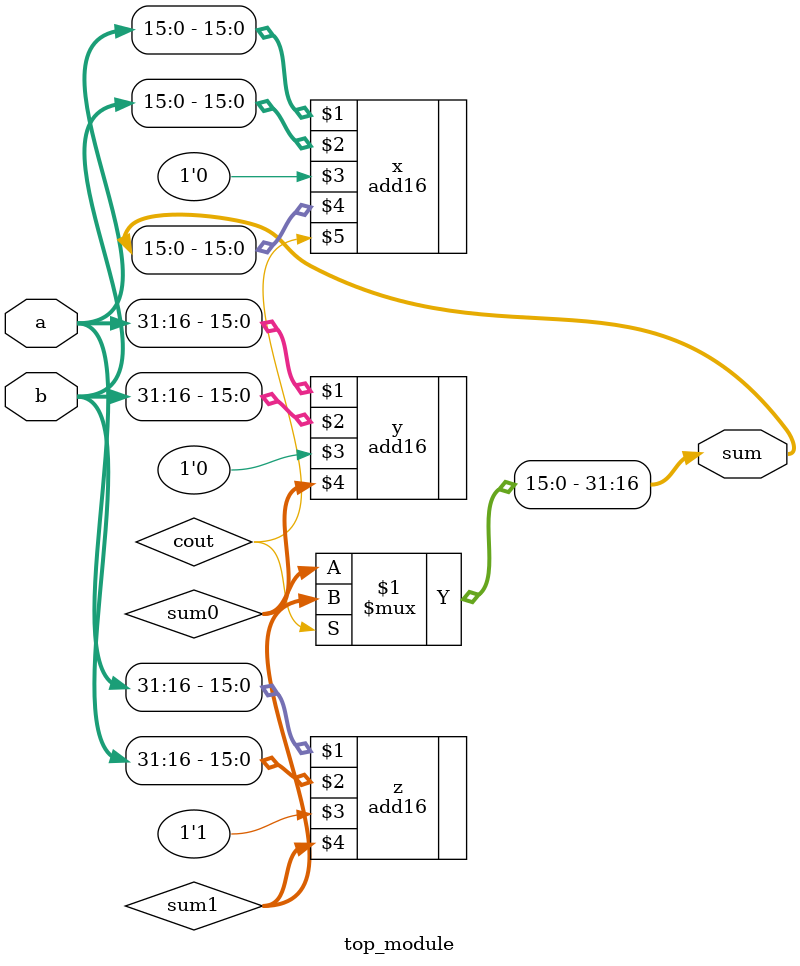
<source format=v>
module top_module(
    input [31:0] a,
    input [31:0] b,
    output [31:0] sum
);
    wire cout;
    wire[15:0]sum0,sum1;
    add16 x( a[15:0] , b[15:0] ,1'b0, sum[15:0] ,cout );
    add16 y( a[31:16] , b[31:16] ,1'b0, sum0[15:0]  );
    add16 z( a[31:16] , b[31:16] ,1'b1, sum1[15:0]  );
    assign sum[31:16]=cout?sum1:sum0;
endmodule

</source>
